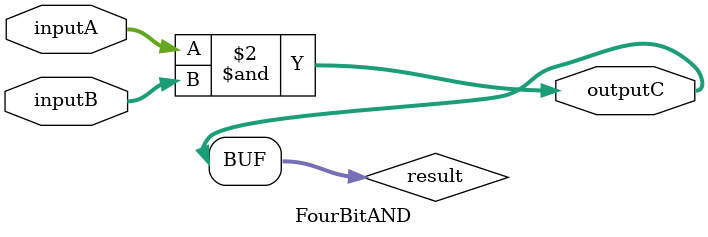
<source format=v>

module FourBitAND(inputA,inputB,outputC);
parameter k=4; // changed
input  [k-1:0] inputA;
input  [k-1:0] inputB;
output [k-1:0] outputC;
wire   [k-1:0] inputA;
wire   [k-1:0] inputB;
reg    [k-1:0] outputC;

reg    [k-1:0] result;

always@(*)
begin
	result=inputA&inputB;
	outputC=result;
end
 
endmodule


/*
//============================================
module testbench();

reg [3:0] a,b;
wire [3:0] c;

FourBitOR fba(a,b,c);

initial begin
a=4'b1111;
b=4'b1010;
#10;
$display("%b|%b|%b",a,b,c);
$finish;

end


endmodule
*/

</source>
